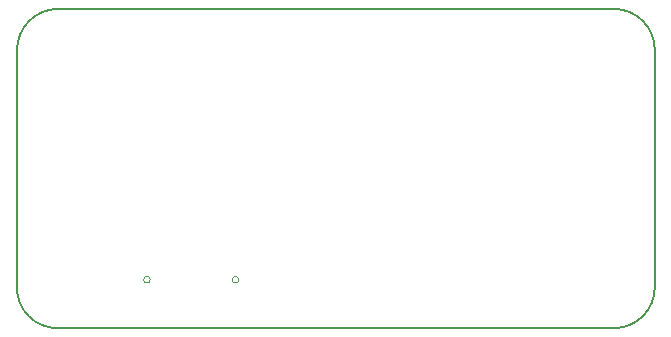
<source format=gbr>
%TF.GenerationSoftware,KiCad,Pcbnew,(6.0.6-0)*%
%TF.CreationDate,2022-07-30T19:28:33+02:00*%
%TF.ProjectId,smoke_extractorV1_1,736d6f6b-655f-4657-9874-726163746f72,rev?*%
%TF.SameCoordinates,Original*%
%TF.FileFunction,Profile,NP*%
%FSLAX46Y46*%
G04 Gerber Fmt 4.6, Leading zero omitted, Abs format (unit mm)*
G04 Created by KiCad (PCBNEW (6.0.6-0)) date 2022-07-30 19:28:33*
%MOMM*%
%LPD*%
G01*
G04 APERTURE LIST*
%TA.AperFunction,Profile*%
%ADD10C,0.150000*%
%TD*%
%TA.AperFunction,Profile*%
%ADD11C,0.050000*%
%TD*%
G04 APERTURE END LIST*
D10*
X95740110Y-123000000D02*
X142750000Y-123000000D01*
X146250000Y-119526661D02*
X146250000Y-99464343D01*
X92241807Y-119517245D02*
G75*
G03*
X95740110Y-123000000I3424893J-58155D01*
G01*
X146249953Y-99464343D02*
G75*
G03*
X142775126Y-95974874I-3464753J24643D01*
G01*
X142749999Y-123000056D02*
G75*
G03*
X146250000Y-119526661I58201J3441456D01*
G01*
X95749145Y-95974945D02*
G75*
G03*
X92249145Y-99474874I-45J-3499955D01*
G01*
X92249145Y-99474874D02*
X92241820Y-119517245D01*
X95749145Y-95974874D02*
X142775126Y-95974874D01*
D11*
%TO.C,J1*%
X111032843Y-118900000D02*
G75*
G03*
X111032843Y-118900000I-282843J0D01*
G01*
X103532842Y-118900000D02*
G75*
G03*
X103532842Y-118900000I-282842J0D01*
G01*
%TD*%
M02*

</source>
